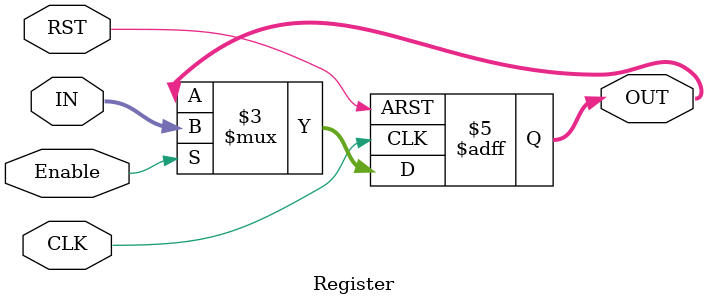
<source format=v>
module Register (
    input   wire    [31:0]      IN,
    input   wire                CLK,
    input   wire                RST,
    input   wire                Enable,
    output  reg     [31:0]      OUT            
);
    

    always @(posedge CLK , negedge RST) begin
        if (!RST) begin
            OUT <= 32'b0;
        end else begin
            if(Enable) begin
                OUT <= IN;
            end
        end
    end


endmodule
</source>
